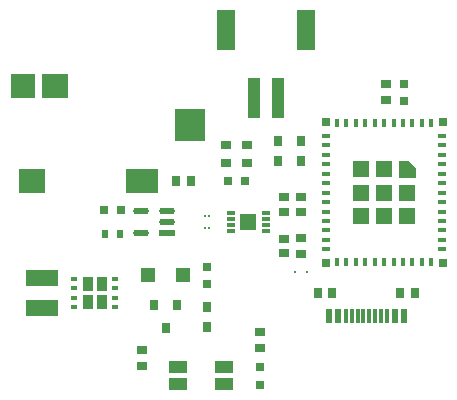
<source format=gtp>
G04*
G04 #@! TF.GenerationSoftware,Altium Limited,Altium Designer,25.3.3 (18)*
G04*
G04 Layer_Color=8421504*
%FSLAX44Y44*%
%MOMM*%
G71*
G04*
G04 #@! TF.SameCoordinates,1BA587A1-14B4-44D3-93D4-DEDFCBE312CC*
G04*
G04*
G04 #@! TF.FilePolarity,Positive*
G04*
G01*
G75*
%ADD12R,0.8500X1.2500*%
%ADD13R,0.5000X0.3000*%
%ADD14R,1.0000X3.5000*%
%ADD15R,1.5000X3.4000*%
%ADD16R,2.8000X1.4000*%
%ADD17R,0.8621X0.7350*%
G04:AMPARAMS|DCode=18|XSize=0.76mm|YSize=0.6604mm|CornerRadius=0.0825mm|HoleSize=0mm|Usage=FLASHONLY|Rotation=0.000|XOffset=0mm|YOffset=0mm|HoleType=Round|Shape=RoundedRectangle|*
%AMROUNDEDRECTD18*
21,1,0.7600,0.4953,0,0,0.0*
21,1,0.5949,0.6604,0,0,0.0*
1,1,0.1651,0.2975,-0.2477*
1,1,0.1651,-0.2975,-0.2477*
1,1,0.1651,-0.2975,0.2477*
1,1,0.1651,0.2975,0.2477*
%
%ADD18ROUNDEDRECTD18*%
%ADD19R,0.3000X1.1500*%
%ADD20R,0.6000X1.1500*%
%ADD21R,0.7350X0.8621*%
%ADD22R,0.8121X0.6587*%
%ADD23C,0.2540*%
%ADD24R,2.2000X2.1000*%
%ADD25R,2.0000X2.1000*%
%ADD26R,2.7000X2.1000*%
%ADD27R,2.6000X2.7000*%
%ADD28R,0.6000X0.8000*%
%ADD29R,1.6500X1.0500*%
%ADD30R,0.8000X0.9000*%
%ADD31R,0.9000X0.8000*%
G04:AMPARAMS|DCode=32|XSize=0.76mm|YSize=0.6604mm|CornerRadius=0.0825mm|HoleSize=0mm|Usage=FLASHONLY|Rotation=270.000|XOffset=0mm|YOffset=0mm|HoleType=Round|Shape=RoundedRectangle|*
%AMROUNDEDRECTD32*
21,1,0.7600,0.4953,0,0,270.0*
21,1,0.5949,0.6604,0,0,270.0*
1,1,0.1651,-0.2477,-0.2975*
1,1,0.1651,-0.2477,0.2975*
1,1,0.1651,0.2477,0.2975*
1,1,0.1651,0.2477,-0.2975*
%
%ADD32ROUNDEDRECTD32*%
%ADD33C,1.2070*%
%ADD34R,0.7000X0.7000*%
%ADD35R,1.4500X1.4500*%
%ADD36R,0.8000X0.4000*%
%ADD37R,0.4000X0.8000*%
%ADD38R,1.3600X1.4600*%
%ADD39R,0.7500X0.3000*%
%ADD40R,1.2500X1.2200*%
%ADD41R,1.3383X0.5780*%
G04:AMPARAMS|DCode=42|XSize=1.3383mm|YSize=0.578mm|CornerRadius=0.289mm|HoleSize=0mm|Usage=FLASHONLY|Rotation=180.000|XOffset=0mm|YOffset=0mm|HoleType=Round|Shape=RoundedRectangle|*
%AMROUNDEDRECTD42*
21,1,1.3383,0.0000,0,0,180.0*
21,1,0.7603,0.5780,0,0,180.0*
1,1,0.5780,-0.3802,0.0000*
1,1,0.5780,0.3802,0.0000*
1,1,0.5780,0.3802,0.0000*
1,1,0.5780,-0.3802,0.0000*
%
%ADD42ROUNDEDRECTD42*%
%ADD43C,0.2500*%
%ADD44R,0.8000X0.8000*%
G36*
X347000Y191000D02*
Y182500D01*
X332500D01*
Y197000D01*
X341000D01*
X347000Y191000D01*
D02*
G37*
D12*
X69250Y77250D02*
D03*
X80750D02*
D03*
Y92750D02*
D03*
X69250D02*
D03*
D13*
X57500Y73000D02*
D03*
X57500Y81000D02*
D03*
X57500Y89000D02*
D03*
X57500Y97000D02*
D03*
X92500D02*
D03*
X92500Y89000D02*
D03*
X92500Y81000D02*
D03*
X92500Y73000D02*
D03*
D14*
X230000Y250500D02*
D03*
X210000D02*
D03*
D15*
X253500Y308000D02*
D03*
X186500D02*
D03*
D16*
X30000Y72000D02*
D03*
Y98000D02*
D03*
D17*
X235000Y131154D02*
D03*
Y118846D02*
D03*
X250000Y166154D02*
D03*
Y153846D02*
D03*
X235000Y166154D02*
D03*
Y153846D02*
D03*
D18*
X337000Y248000D02*
D03*
Y262000D02*
D03*
X170000Y107000D02*
D03*
Y93000D02*
D03*
D19*
X307500Y65900D02*
D03*
X322500D02*
D03*
X317500D02*
D03*
X312500D02*
D03*
X302500D02*
D03*
X297500D02*
D03*
X292500D02*
D03*
X287500D02*
D03*
D20*
X337000D02*
D03*
X273000D02*
D03*
X329000D02*
D03*
X281000D02*
D03*
D21*
X346154Y85000D02*
D03*
X333846D02*
D03*
X276154D02*
D03*
X263846D02*
D03*
X156154Y180000D02*
D03*
X143846D02*
D03*
D22*
X322000Y261767D02*
D03*
Y248233D02*
D03*
X250000Y131767D02*
D03*
Y118233D02*
D03*
X115000Y36767D02*
D03*
Y23233D02*
D03*
X215000Y51767D02*
D03*
Y38233D02*
D03*
D23*
X244920Y103000D02*
D03*
X255080D02*
D03*
D24*
X41000Y260500D02*
D03*
X22000Y179500D02*
D03*
D25*
X14000Y260500D02*
D03*
D26*
X115000Y179500D02*
D03*
D27*
X156000Y227500D02*
D03*
D28*
X96500Y135000D02*
D03*
X83500D02*
D03*
D29*
X145750Y22250D02*
D03*
Y7750D02*
D03*
X184250Y22250D02*
D03*
Y7750D02*
D03*
D30*
X250000Y196500D02*
D03*
Y213500D02*
D03*
X144500Y75000D02*
D03*
X125500D02*
D03*
X135000Y55000D02*
D03*
X230000Y196500D02*
D03*
Y213500D02*
D03*
X170000Y56500D02*
D03*
Y73500D02*
D03*
D31*
X203500Y210000D02*
D03*
X186500D02*
D03*
X203500Y195000D02*
D03*
X186500D02*
D03*
D32*
X97000Y155000D02*
D03*
X83000D02*
D03*
X202000Y180000D02*
D03*
X188000D02*
D03*
D33*
X339258Y189258D02*
D03*
D34*
X369500Y229500D02*
D03*
X270500D02*
D03*
Y110500D02*
D03*
X369500D02*
D03*
D35*
X320000Y150250D02*
D03*
Y170000D02*
D03*
Y189750D02*
D03*
X300250Y150250D02*
D03*
Y170000D02*
D03*
Y189750D02*
D03*
X339750Y150250D02*
D03*
Y170000D02*
D03*
D36*
X369000Y218000D02*
D03*
Y210000D02*
D03*
Y202000D02*
D03*
Y194000D02*
D03*
Y186000D02*
D03*
Y178000D02*
D03*
Y170000D02*
D03*
Y162000D02*
D03*
Y154000D02*
D03*
Y146000D02*
D03*
Y138000D02*
D03*
Y130000D02*
D03*
Y122000D02*
D03*
X271000D02*
D03*
Y130000D02*
D03*
Y138000D02*
D03*
Y146000D02*
D03*
Y154000D02*
D03*
Y162000D02*
D03*
Y170000D02*
D03*
Y178000D02*
D03*
Y186000D02*
D03*
Y194000D02*
D03*
Y202000D02*
D03*
Y210000D02*
D03*
Y218000D02*
D03*
D37*
X360000Y111000D02*
D03*
X352000D02*
D03*
X344000D02*
D03*
X336000D02*
D03*
X328000D02*
D03*
X320000D02*
D03*
X312000D02*
D03*
X304000D02*
D03*
X296000D02*
D03*
X288000D02*
D03*
X280000D02*
D03*
Y229000D02*
D03*
X288000D02*
D03*
X296000D02*
D03*
X304000D02*
D03*
X312000D02*
D03*
X320000D02*
D03*
X328000D02*
D03*
X336000D02*
D03*
X344000D02*
D03*
X352000D02*
D03*
X360000D02*
D03*
D38*
X205000Y145000D02*
D03*
D39*
X220000Y137500D02*
D03*
Y142500D02*
D03*
Y147500D02*
D03*
Y152500D02*
D03*
X190000Y137500D02*
D03*
Y142500D02*
D03*
Y147500D02*
D03*
Y152500D02*
D03*
D40*
X120250Y100000D02*
D03*
X149750D02*
D03*
D41*
X136162Y135500D02*
D03*
D42*
Y145000D02*
D03*
Y154500D02*
D03*
X113838D02*
D03*
Y135500D02*
D03*
D43*
X172050Y140000D02*
D03*
Y150000D02*
D03*
X167950D02*
D03*
Y140000D02*
D03*
D44*
X215000Y22500D02*
D03*
Y7500D02*
D03*
M02*

</source>
